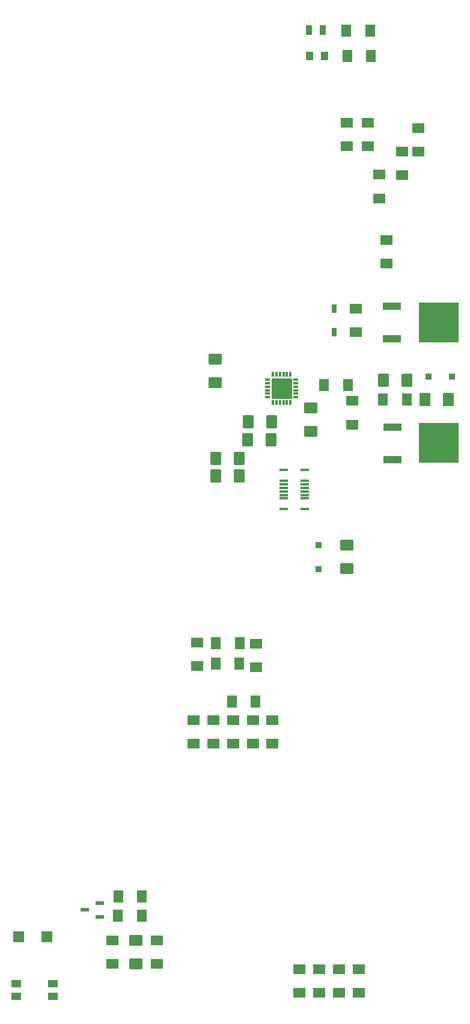
<source format=gtp>
G04*
G04 #@! TF.GenerationSoftware,Altium Limited,Altium Designer,25.8.1 (18)*
G04*
G04 Layer_Color=8421504*
%FSLAX44Y44*%
%MOMM*%
G71*
G04*
G04 #@! TF.SameCoordinates,F16540CA-DAB0-446D-89C1-54077F02B76C*
G04*
G04*
G04 #@! TF.FilePolarity,Positive*
G04*
G01*
G75*
G04:AMPARAMS|DCode=10|XSize=1.6mm|YSize=1.82mm|CornerRadius=0.2mm|HoleSize=0mm|Usage=FLASHONLY|Rotation=0.000|XOffset=0mm|YOffset=0mm|HoleType=Round|Shape=RoundedRectangle|*
%AMROUNDEDRECTD10*
21,1,1.6000,1.4200,0,0,0.0*
21,1,1.2000,1.8200,0,0,0.0*
1,1,0.4000,0.6000,-0.7100*
1,1,0.4000,-0.6000,-0.7100*
1,1,0.4000,-0.6000,0.7100*
1,1,0.4000,0.6000,0.7100*
%
%ADD10ROUNDEDRECTD10*%
%ADD11R,0.7500X0.3000*%
%ADD12R,1.1500X0.3000*%
%ADD13R,1.4000X1.7300*%
%ADD14R,1.7300X1.4000*%
%ADD15R,0.8500X0.8500*%
%ADD16R,2.8500X2.8500*%
%ADD17R,0.3000X0.7500*%
G04:AMPARAMS|DCode=18|XSize=1.6mm|YSize=1.82mm|CornerRadius=0.2mm|HoleSize=0mm|Usage=FLASHONLY|Rotation=90.000|XOffset=0mm|YOffset=0mm|HoleType=Round|Shape=RoundedRectangle|*
%AMROUNDEDRECTD18*
21,1,1.6000,1.4200,0,0,90.0*
21,1,1.2000,1.8200,0,0,90.0*
1,1,0.4000,0.7100,0.6000*
1,1,0.4000,0.7100,-0.6000*
1,1,0.4000,-0.7100,-0.6000*
1,1,0.4000,-0.7100,0.6000*
%
%ADD18ROUNDEDRECTD18*%
%ADD19R,0.8500X0.8500*%
%ADD20R,1.3000X0.6000*%
%ADD21R,1.4500X1.0000*%
%ADD22R,2.6000X1.0600*%
%ADD23R,5.7000X5.6320*%
%ADD24R,0.7500X1.2500*%
%ADD25R,0.9000X1.4000*%
%ADD26R,1.1000X1.3000*%
%ADD27R,1.6000X1.6500*%
D10*
X658785Y943501D02*
D03*
X691985D02*
D03*
X987020Y1026413D02*
D03*
X704900Y995820D02*
D03*
X704269Y970420D02*
D03*
X659180Y919620D02*
D03*
X692380D02*
D03*
X738100Y995820D02*
D03*
X737470Y970420D02*
D03*
X953820Y1026413D02*
D03*
X928600Y1054240D02*
D03*
X895400D02*
D03*
D11*
X731980Y1049800D02*
D03*
Y1029800D02*
D03*
Y1034800D02*
D03*
Y1039800D02*
D03*
Y1044800D02*
D03*
Y1054800D02*
D03*
X771980D02*
D03*
Y1049800D02*
D03*
Y1044800D02*
D03*
Y1034800D02*
D03*
Y1029800D02*
D03*
Y1039800D02*
D03*
D12*
X784850Y907500D02*
D03*
Y927500D02*
D03*
X755150D02*
D03*
X784850Y872500D02*
D03*
X755150D02*
D03*
Y892500D02*
D03*
Y897500D02*
D03*
Y902500D02*
D03*
Y907500D02*
D03*
X784850Y902500D02*
D03*
Y897500D02*
D03*
Y892500D02*
D03*
X755150Y887500D02*
D03*
Y912500D02*
D03*
X784850Y887500D02*
D03*
Y912500D02*
D03*
D13*
X877995Y1510560D02*
D03*
X876768Y1546120D02*
D03*
X715400Y602007D02*
D03*
X555380Y327687D02*
D03*
X692620Y683513D02*
D03*
X659020D02*
D03*
X658940Y655347D02*
D03*
X692540D02*
D03*
X681800Y602007D02*
D03*
X811420Y1046733D02*
D03*
X845020D02*
D03*
X894920Y1026413D02*
D03*
X928520D02*
D03*
X844395Y1510560D02*
D03*
X843168Y1546120D02*
D03*
X521780Y327687D02*
D03*
X521480Y299973D02*
D03*
X555080D02*
D03*
D14*
X843533Y1416440D02*
D03*
X833147Y191660D02*
D03*
X861087D02*
D03*
X632713Y684920D02*
D03*
X711453Y575700D02*
D03*
X655573D02*
D03*
X805207Y191660D02*
D03*
X777267D02*
D03*
X627633Y575700D02*
D03*
X576607Y232300D02*
D03*
X513333Y265820D02*
D03*
X873787Y1416520D02*
D03*
Y1382920D02*
D03*
X716307Y683337D02*
D03*
Y649737D02*
D03*
X683513Y542100D02*
D03*
Y575700D02*
D03*
X711453Y542100D02*
D03*
X739167Y575780D02*
D03*
Y542180D02*
D03*
X777267Y225260D02*
D03*
X805207D02*
D03*
X833147D02*
D03*
X861087D02*
D03*
X632713Y651320D02*
D03*
X655573Y542100D02*
D03*
X627633D02*
D03*
X851153Y1024990D02*
D03*
Y991390D02*
D03*
X856233Y1154820D02*
D03*
Y1121220D02*
D03*
X899413Y1217740D02*
D03*
Y1251340D02*
D03*
X944907Y1408900D02*
D03*
Y1375300D02*
D03*
X922047Y1375880D02*
D03*
Y1342280D02*
D03*
X889140Y1343085D02*
D03*
Y1309484D02*
D03*
X843533Y1382840D02*
D03*
X576607Y265900D02*
D03*
X513333Y232220D02*
D03*
D15*
X992250Y1059320D02*
D03*
X958750D02*
D03*
D16*
X751980Y1042300D02*
D03*
D17*
X754480Y1022300D02*
D03*
X739480D02*
D03*
X764480D02*
D03*
X759480D02*
D03*
X749480D02*
D03*
X744480D02*
D03*
X739480Y1062300D02*
D03*
X749480D02*
D03*
X754480D02*
D03*
X759480D02*
D03*
X764480D02*
D03*
X744480D02*
D03*
D18*
X792620Y981760D02*
D03*
X658000Y1083540D02*
D03*
X843420Y788720D02*
D03*
X658000Y1050340D02*
D03*
X843420Y821920D02*
D03*
X792620Y1014960D02*
D03*
X546240Y265660D02*
D03*
Y232460D02*
D03*
D19*
X803670Y788250D02*
D03*
Y821750D02*
D03*
D20*
X495780Y317973D02*
D03*
X474780Y308473D02*
D03*
X495780Y298973D02*
D03*
D21*
X429750Y187220D02*
D03*
X378250D02*
D03*
Y204220D02*
D03*
X429750D02*
D03*
D22*
X907870Y942490D02*
D03*
Y988210D02*
D03*
X907460Y1112650D02*
D03*
Y1158370D02*
D03*
D23*
X973370Y965360D02*
D03*
X972960Y1135520D02*
D03*
D24*
X825640Y1121560D02*
D03*
Y1154560D02*
D03*
D25*
X790740Y1547000D02*
D03*
X809740D02*
D03*
D26*
X791008Y1510447D02*
D03*
X812008D02*
D03*
D27*
X421460Y270628D02*
D03*
X381460D02*
D03*
M02*

</source>
